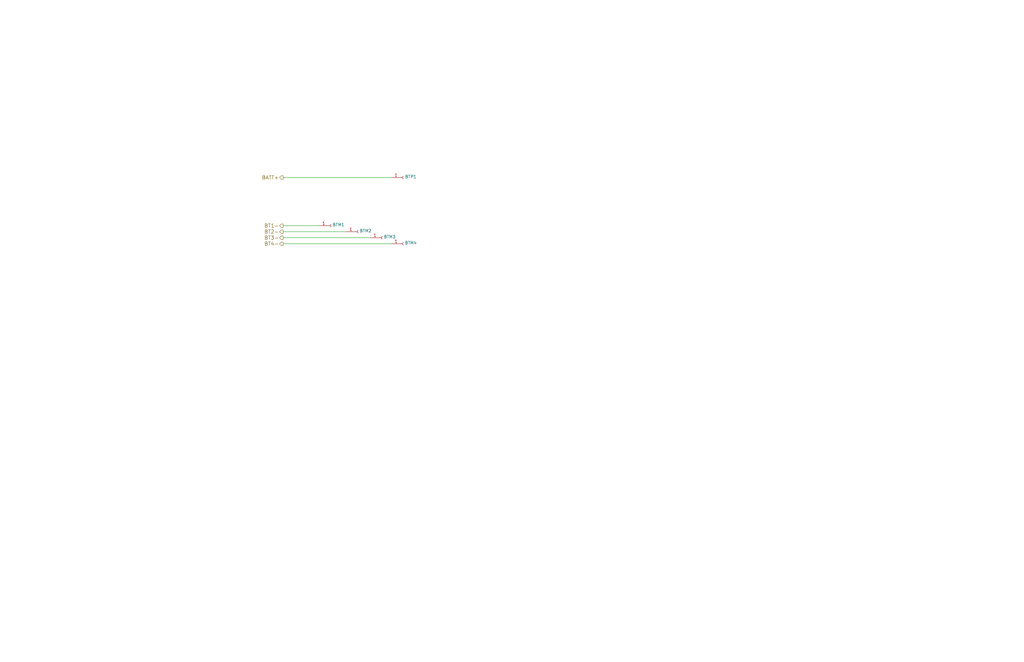
<source format=kicad_sch>
(kicad_sch (version 20211123) (generator eeschema)
  (paper "B")
  (title_block (title "ConnectBox CM4 for China Case ") (date "2022-07-24") (rev "1.8.4") (comment 1 "JRA"))
  (lib_symbols
    (symbol "Connector:Conn_01x01_Female" (pin_names (offset 1.016) hide)
      (property "Reference" "J" (at 0 2.54 0))
      (property "Value" "Conn_01x01_Female" (at 0 -2.54 0))
      (symbol "Conn_01x01_Female_1_1"
        (polyline (pts (xy -1.27 0) (xy -0.508 0)) (stroke (width 0.1524)))
        (arc (start 0 0.508) (mid -0.508 0) (end 0 -0.508) (stroke (width 0.1524)))
        (pin passive line (at -5.08 0 0) (length 3.81) (name "Pin_1") (number "1"))
      )
    )
  )
  (wire (pts (xy 165.1 102.87) (xy 119.38 102.87)))
  (wire (pts (xy 119.38 74.93) (xy 165.1 74.93)))
  (wire (pts (xy 134.62 95.25) (xy 119.38 95.25)))
  (wire (pts (xy 156.21 100.33) (xy 119.38 100.33)))
  (wire (pts (xy 146.05 97.79) (xy 119.38 97.79)))
  (hierarchical_label "BT2-" (shape output) (at 119.38 97.79 180) (effects (font (size 1.524 1.524))))
  (hierarchical_label "BATT+" (shape output) (at 119.38 74.93 180) (effects (font (size 1.524 1.524))))
  (hierarchical_label "BT1-" (shape output) (at 119.38 95.25 180) (effects (font (size 1.524 1.524))))
  (hierarchical_label "BT3-" (shape output) (at 119.38 100.33 180) (effects (font (size 1.524 1.524))))
  (hierarchical_label "BT4-" (shape output) (at 119.38 102.87 180) (effects (font (size 1.524 1.524))))
  (symbol (lib_id "Connector:Conn_01x01_Female") (at 151.13 97.79 0) (unit 1)
    (property "Reference" "BTM2" (at 154.1526 97.4112 0))
    (property "Value" "Conn_01x01_Female" (effects hide))
    (property "Footprint" "CustomComponents:WH-Battery-" (effects hide))
  )
  (symbol (lib_id "Connector:Conn_01x01_Female") (at 170.18 102.87 0) (unit 1)
    (property "Reference" "BTM4" (at 173.2026 102.4912 0))
    (property "Value" "Conn_01x01_Female" (effects hide))
    (property "Footprint" "CustomComponents:WH-Battery-" (effects hide))
  )
  (symbol (lib_id "Connector:Conn_01x01_Female") (at 139.7 95.25 0) (unit 1)
    (property "Reference" "BTM1" (at 142.7226 94.8712 0))
    (property "Value" "Conn_01x01_Female" (effects hide))
    (property "Footprint" "CustomComponents:WH-Battery-" (effects hide))
  )
  (symbol (lib_id "Connector:Conn_01x01_Female") (at 170.18 74.93 0) (unit 1)
    (property "Reference" "BTP1" (at 173.2026 74.5512 0))
    (property "Value" "Conn_01x01_Female" (effects hide))
    (property "Footprint" "TestPoint:TestPoint_THTPad_3.0x3.0mm_Drill1.5mm" (effects hide))
  )
  (symbol (lib_id "Connector:Conn_01x01_Female") (at 161.29 100.33 0) (unit 1)
    (property "Reference" "BTM3" (at 164.3126 99.9512 0))
    (property "Value" "Conn_01x01_Female" (effects hide))
    (property "Footprint" "CustomComponents:WH-Battery-" (effects hide))
  )
)
</source>
